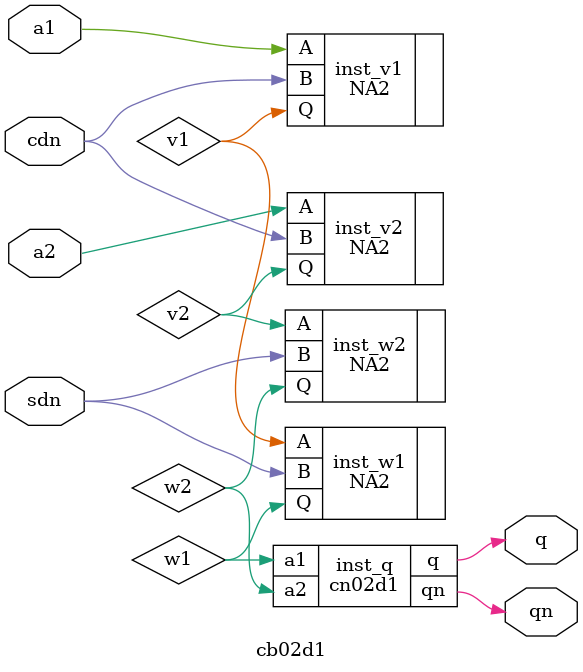
<source format=v>


module cn02d1 (a1, a2, q, qn);
  input a1, a2;
  output q, qn;

  AN222 inst_qn (.A(a1), .B(a2), .C(a1), .D(q), .E(a2), .F(q), .Q(qn));
  IN1 inst_q (.A(qn), .Q(q));
endmodule


//  C Elements with Clear

module cc02d1 (a1, a2, q, qn, cdn);
  input cdn;
  input a1, a2;
  output q, qn;
  wire w1, w2;

  AND2 inst_w1 (.A(cdn), .B(a1), .Q(w1));
  AND2 inst_w2 (.A(cdn), .B(a2), .Q(w2));
  cn02d1 inst_q (.a1(w1), .a2(w2), .q(q), .qn(qn));
endmodule


//  C Elements with Set

module cp02d1 (a1, a2, q, qn, sdn);
  input sdn;
  input a1, a2;
  output q, qn;
  wire w1, w2;

  INA2 inst_w1 (.A(a1), .B(sdn), .Q(w1));
  INA2 inst_w2 (.A(a2), .B(sdn), .Q(w2));
  cn02d1 inst_q (.a1(w1), .a2(w2), .q(q), .qn(qn));
endmodule


//  C Elements with Clear and Set

module cb02d1 (a1, a2, q, qn, cdn, sdn);
  input cdn, sdn;
  input a1, a2;
  output q, qn;
  wire v1, v2;
  wire w1, w2;

  NA2 inst_v1 (.A(a1), .B(cdn), .Q(v1));
  NA2 inst_w1 (.A(v1), .B(sdn), .Q(w1));
  NA2 inst_v2 (.A(a2), .B(cdn), .Q(v2));
  NA2 inst_w2 (.A(v2), .B(sdn), .Q(w2));
  cn02d1 inst_q (.a1(w1), .a2(w2), .q(q), .qn(qn));
endmodule

</source>
